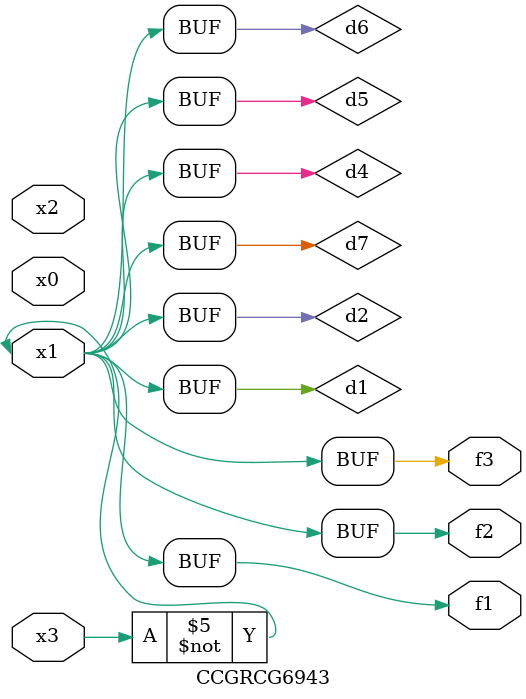
<source format=v>
module CCGRCG6943(
	input x0, x1, x2, x3,
	output f1, f2, f3
);

	wire d1, d2, d3, d4, d5, d6, d7;

	not (d1, x3);
	buf (d2, x1);
	xnor (d3, d1, d2);
	nor (d4, d1);
	buf (d5, d1, d2);
	buf (d6, d4, d5);
	nand (d7, d4);
	assign f1 = d6;
	assign f2 = d7;
	assign f3 = d6;
endmodule

</source>
